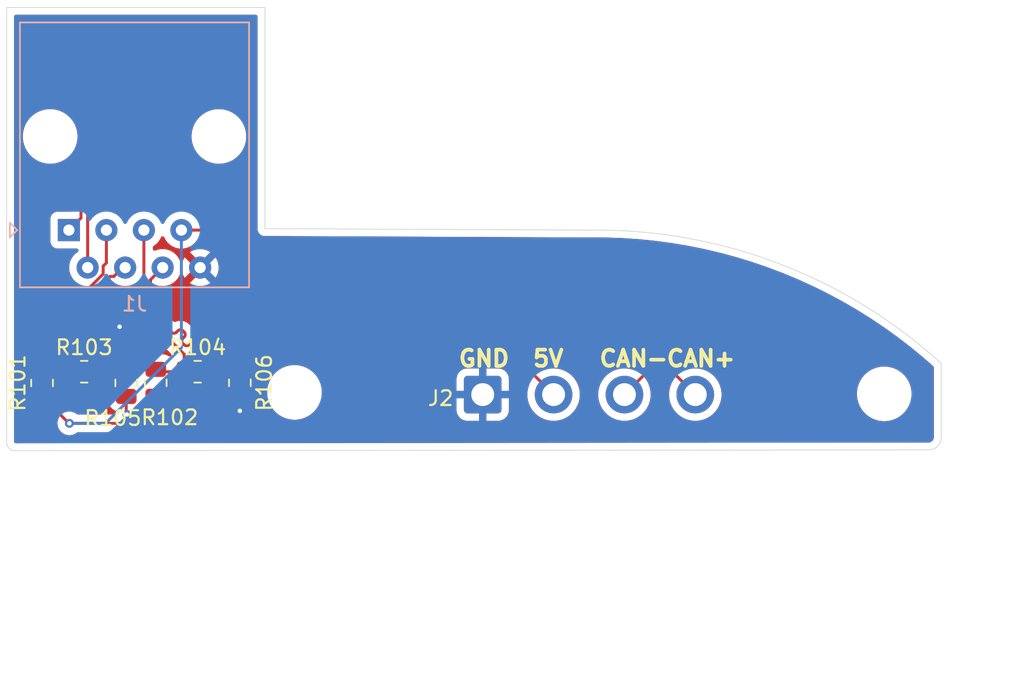
<source format=kicad_pcb>
(kicad_pcb (version 20241229) (generator "pcbnew") (generator_version "9.0")
  (layers (0 "F.Cu" signal) (2 "B.Cu" signal) (13 "F.Paste" user) (15 "B.Paste" user) (5 "F.SilkS" user "F.Silkscreen") (7 "B.SilkS" user "B.Silkscreen") (1 "F.Mask" user) (3 "B.Mask" user) (25 "Edge.Cuts" user))
  (net 0 "")
  (net 1 "/CAN-")
  (net 2 "/GND")
  (net 3 "/CAN+")
  (net 4 "/SCL+")
  (net 5 "/SDA+")
  (net 6 "/SCL-")
  (net 7 "/SDA-")
  (net 8 "/5V")
  (footprint "Resistor_SMD:R_0805_2012Metric" (layer "F.Cu") (at 65.8 48.45 -90)
    (property "Reference" "R106" (at 0 -1.65 90) (layer "F.SilkS"))
    (property "Value" "600")
    (fp_line (start -0.227064 0.735) (end 0.227064 0.735) (stroke (width 0.12)) (layer "F.SilkS"))
    (fp_line (start -0.227064 -0.735) (end 0.227064 -0.735) (stroke (width 0.12)) (layer "F.SilkS"))
    (pad "1" smd roundrect (at -0.9125 0 270) (size 1.025 1.4) (layers "F.Cu" "F.Mask" "F.Paste") (roundrect_rratio 0.243902) (net 7 "/SDA-"))
    (pad "2" smd roundrect (at 0.9125 0 270) (size 1.025 1.4) (layers "F.Cu" "F.Mask" "F.Paste") (roundrect_rratio 0.243902) (net 2 "/GND"))
  )
  (footprint "Resistor_SMD:R_0805_2012Metric" (layer "F.Cu") (at 55.25 47.7)
    (property "Reference" "R103" (at 0 -1.65 0) (layer "F.SilkS"))
    (property "Value" "110")
    (fp_line (start -0.227064 -0.735) (end 0.227064 -0.735) (stroke (width 0.12)) (layer "F.SilkS"))
    (fp_line (start -0.227064 0.735) (end 0.227064 0.735) (stroke (width 0.12)) (layer "F.SilkS"))
    (pad "1" smd roundrect (at -0.9125 0) (size 1.025 1.4) (layers "F.Cu" "F.Mask" "F.Paste") (roundrect_rratio 0.243902) (net 4 "/SCL+"))
    (pad "2" smd roundrect (at 0.9125 0) (size 1.025 1.4) (layers "F.Cu" "F.Mask" "F.Paste") (roundrect_rratio 0.243902) (net 6 "/SCL-"))
  )
  (footprint "" (layer "F.Cu") (at 69.5 49.1)
    (property "Reference" "" (at 0 0 0) (layer "F.SilkS") (effects (font (size 1.27 1.27))))
    (property "Value" "")
    (pad "" np_thru_hole circle (at 0 0) (size 3.2 3.2) (drill 3.2) (layers "*.Cu" "*.Mask"))
  )
  (footprint "Resistor_SMD:R_0805_2012Metric" (layer "F.Cu") (at 52.4 48.4625 90)
    (property "Reference" "R101" (at 0 -1.65 90) (layer "F.SilkS"))
    (property "Value" "600")
    (fp_line (start -0.227064 -0.735) (end 0.227064 -0.735) (stroke (width 0.12)) (layer "F.SilkS"))
    (fp_line (start -0.227064 0.735) (end 0.227064 0.735) (stroke (width 0.12)) (layer "F.SilkS"))
    (pad "1" smd roundrect (at -0.9125 0 90) (size 1.025 1.4) (layers "F.Cu" "F.Mask" "F.Paste") (roundrect_rratio 0.243902) (net 8 "/5V"))
    (pad "2" smd roundrect (at 0.9125 0 90) (size 1.025 1.4) (layers "F.Cu" "F.Mask" "F.Paste") (roundrect_rratio 0.243902) (net 4 "/SCL+"))
  )
  (footprint "Connector_Wire:SolderWire-0.75sqmm_1x04_P4.8mm_D1.25mm_OD2.3mm" (layer "F.Cu") (at 82.25 49.25)
    (property "Reference" "J2" (at -2.85 0.25 0) (layer "F.SilkS"))
    (property "Value" "Conn_01x04")
    (pad "1" thru_hole roundrect (at 0 0) (size 2.55 2.55) (drill 1.55) (layers "*.Cu" "*.Mask") (roundrect_rratio 0.098039) (net 2 "/GND"))
    (pad "2" thru_hole circle (at 4.8 0) (size 2.55 2.55) (drill 1.55) (layers "*.Cu" "*.Mask") (net 8 "/5V"))
    (pad "3" thru_hole circle (at 9.6 0) (size 2.55 2.55) (drill 1.55) (layers "*.Cu" "*.Mask") (net 1 "/CAN-"))
    (pad "4" thru_hole circle (at 14.4 0) (size 2.55 2.55) (drill 1.55) (layers "*.Cu" "*.Mask") (net 3 "/CAN+"))
  )
  (footprint "Resistor_SMD:R_0805_2012Metric" (layer "F.Cu") (at 62.9375 47.7)
    (property "Reference" "R104" (at 0 -1.65 0) (layer "F.SilkS"))
    (property "Value" "110")
    (fp_line (start -0.227064 -0.735) (end 0.227064 -0.735) (stroke (width 0.12)) (layer "F.SilkS"))
    (fp_line (start -0.227064 0.735) (end 0.227064 0.735) (stroke (width 0.12)) (layer "F.SilkS"))
    (pad "1" smd roundrect (at -0.9125 0) (size 1.025 1.4) (layers "F.Cu" "F.Mask" "F.Paste") (roundrect_rratio 0.243902) (net 5 "/SDA+"))
    (pad "2" smd roundrect (at 0.9125 0) (size 1.025 1.4) (layers "F.Cu" "F.Mask" "F.Paste") (roundrect_rratio 0.243902) (net 7 "/SDA-"))
  )
  (footprint "MountingHole:MountingHole_3.2mm_M3" (layer "F.Cu") (at 109.45 49.2)
    (property "Reference" "REF**" (hide yes))
    (property "Value" "MountingHole_3.2mm_M3")
    (pad "" np_thru_hole circle (at 0 0) (size 3.2 3.2) (drill 3.2) (layers "*.Cu" "*.Mask"))
  )
  (footprint "Resistor_SMD:R_0805_2012Metric" (layer "F.Cu") (at 58.1 48.4625 -90)
    (property "Reference" "R105" (at 2.3875 0.9 180) (layer "F.SilkS"))
    (property "Value" "600")
    (fp_line (start -0.227064 0.735) (end 0.227064 0.735) (stroke (width 0.12)) (layer "F.SilkS"))
    (fp_line (start -0.227064 -0.735) (end 0.227064 -0.735) (stroke (width 0.12)) (layer "F.SilkS"))
    (pad "1" smd roundrect (at -0.9125 0 270) (size 1.025 1.4) (layers "F.Cu" "F.Mask" "F.Paste") (roundrect_rratio 0.243902) (net 6 "/SCL-"))
    (pad "2" smd roundrect (at 0.9125 0 270) (size 1.025 1.4) (layers "F.Cu" "F.Mask" "F.Paste") (roundrect_rratio 0.243902) (net 2 "/GND"))
  )
  (footprint "Resistor_SMD:R_0805_2012Metric" (layer "F.Cu") (at 60.1 48.45 90)
    (property "Reference" "R102" (at -2.35 0.95 0) (layer "F.SilkS"))
    (property "Value" "600")
    (fp_line (start -0.227064 -0.735) (end 0.227064 -0.735) (stroke (width 0.12)) (layer "F.SilkS"))
    (fp_line (start -0.227064 0.735) (end 0.227064 0.735) (stroke (width 0.12)) (layer "F.SilkS"))
    (pad "1" smd roundrect (at -0.9125 0 90) (size 1.025 1.4) (layers "F.Cu" "F.Mask" "F.Paste") (roundrect_rratio 0.243902) (net 8 "/5V"))
    (pad "2" smd roundrect (at 0.9125 0 90) (size 1.025 1.4) (layers "F.Cu" "F.Mask" "F.Paste") (roundrect_rratio 0.243902) (net 5 "/SDA+"))
  )
  (footprint "Connector_RJ:RJ45_Amphenol_54602-x08_Horizontal" (layer "B.Cu") (at 54.2175 38.1)
    (property "Reference" "J1" (at 4.445 5 0) (layer "B.SilkS") (effects (justify mirror)))
    (property "Value" "RJ45")
    (fp_line (start -4 -0.5) (end -4 0.5) (stroke (width 0.12)) (layer "B.SilkS"))
    (fp_line (start -4 0.5) (end -3.5 0) (stroke (width 0.12)) (layer "B.SilkS"))
    (fp_line (start -3.5 0) (end -4 -0.5) (stroke (width 0.12)) (layer "B.SilkS"))
    (fp_line (start -3.315 -14.08) (end -3.315 3.88) (stroke (width 0.12)) (layer "B.SilkS"))
    (fp_line (start -3.315 3.88) (end 12.205 3.88) (stroke (width 0.12)) (layer "B.SilkS"))
    (fp_line (start 12.205 -14.08) (end -3.315 -14.08) (stroke (width 0.12)) (layer "B.SilkS"))
    (fp_line (start 12.205 -14.08) (end 12.205 3.88) (stroke (width 0.12)) (layer "B.SilkS"))
    (pad "" np_thru_hole circle (at -1.27 -6.35) (size 3.2 3.2) (drill 3.2) (layers "*.Cu" "*.Mask"))
    (pad "" np_thru_hole circle (at 10.16 -6.35) (size 3.2 3.2) (drill 3.2) (layers "*.Cu" "*.Mask"))
    (pad "1" thru_hole rect (at 0 0) (size 1.5 1.5) (drill 0.76) (layers "*.Cu" "*.Mask") (net 3 "/CAN+"))
    (pad "2" thru_hole circle (at 1.27 2.54) (size 1.5 1.5) (drill 0.76) (layers "*.Cu" "*.Mask") (net 1 "/CAN-"))
    (pad "3" thru_hole circle (at 2.54 0) (size 1.5 1.5) (drill 0.76) (layers "*.Cu" "*.Mask") (net 4 "/SCL+"))
    (pad "4" thru_hole circle (at 3.81 2.54) (size 1.5 1.5) (drill 0.76) (layers "*.Cu" "*.Mask") (net 6 "/SCL-"))
    (pad "5" thru_hole circle (at 5.08 0) (size 1.5 1.5) (drill 0.76) (layers "*.Cu" "*.Mask") (net 5 "/SDA+"))
    (pad "6" thru_hole circle (at 6.35 2.54) (size 1.5 1.5) (drill 0.76) (layers "*.Cu" "*.Mask") (net 7 "/SDA-"))
    (pad "7" thru_hole circle (at 7.62 0) (size 1.5 1.5) (drill 0.76) (layers "*.Cu" "*.Mask") (net 8 "/5V"))
    (pad "8" thru_hole circle (at 8.89 2.54) (size 1.5 1.5) (drill 0.76) (layers "*.Cu" "*.Mask") (net 2 "/GND"))
  )
  (gr_arc (start 89.464236 38.099181) (mid 102.249557 40.344937) (end 113.312056 47.136769) (stroke (width 0.05)) (layer "Edge.Cuts"))
  (gr_line (start 50 23) (end 50 52.5) (stroke (width 0.05)) (layer "Edge.Cuts"))
  (gr_line (start 112.44269 52.998825) (end 50.55 53.05) (stroke (width 0.05)) (layer "Edge.Cuts"))
  (gr_line (start 67.5 23) (end 67.5 38) (stroke (width 0.05)) (layer "Edge.Cuts"))
  (gr_line (start 50 23) (end 67.5 23) (stroke (width 0.05)) (layer "Edge.Cuts"))
  (gr_arc (start 50.55 53.05) (mid 50.161091 52.888909) (end 50 52.5) (stroke (width 0.05)) (layer "Edge.Cuts"))
  (gr_arc (start 113.312056 52.136769) (mid 113.059566 52.746335) (end 112.45 52.998825) (stroke (width 0.05)) (layer "Edge.Cuts"))
  (gr_line (start 113.312056 47.136769) (end 113.312056 52.136769) (stroke (width 0.05)) (layer "Edge.Cuts"))
  (gr_line (start 89.464236 38.099181) (end 67.5 38) (stroke (width 0.05)) (layer "Edge.Cuts"))
  (gr_text "GND  5V   CAN-CAN+" (at 80.5 47.45 0) (layer "F.SilkS") (effects (font (size 1.1 1.1) (thickness 0.25) (bold yes)) (justify left bottom)))
  (segment (start 63.506802 36.275) (end 69.556802 42.325) (width 0.2) (layer "F.Cu") (net 1))
  (segment (start 55.4875 36.430698) (end 55.643198 36.275) (width 0.2) (layer "F.Cu") (net 1))
  (segment (start 55.643198 36.275) (end 63.506802 36.275) (width 0.2) (layer "F.Cu") (net 1))
  (segment (start 69.556802 42.325) (end 92.860181 42.325) (width 0.2) (layer "F.Cu") (net 1))
  (segment (start 94.024999 43.489818) (end 94.024999 47.075001) (width 0.2) (layer "F.Cu") (net 1))
  (segment (start 92.860181 42.325) (end 94.024999 43.489818) (width 0.2) (layer "F.Cu") (net 1))
  (segment (start 94.024999 47.075001) (end 91.85 49.25) (width 0.2) (layer "F.Cu") (net 1))
  (segment (start 55.4875 40.64) (end 55.4875 36.430698) (width 0.2) (layer "F.Cu") (net 1))
  (segment (start 58.1 50.55) (end 58.15 50.6) (width 0.2) (layer "F.Cu") (net 2))
  (segment (start 65.8 49.3625) (end 65.8 50.35) (width 0.2) (layer "F.Cu") (net 2))
  (segment (start 58.1 49.375) (end 58.1 50.55) (width 0.2) (layer "F.Cu") (net 2))
  (via (at 65.8 50.35) (size 0.6) (drill 0.3) (layers "F.Cu" "B.Cu") (net 2))
  (via (at 58.15 50.6) (size 0.6) (drill 0.3) (layers "F.Cu" "B.Cu") (net 2))
  (via (at 57.65 44.65) (size 0.6) (drill 0.3) (layers "F.Cu" "B.Cu") (net 2))
  (segment (start 55.456802 35.825) (end 55.037499 36.244303) (width 0.2) (layer "F.Cu") (net 3))
  (segment (start 55.037499 37.280001) (end 54.2175 38.1) (width 0.2) (layer "F.Cu") (net 3))
  (segment (start 69.743198 41.875) (end 63.693198 35.825) (width 0.2) (layer "F.Cu") (net 3))
  (segment (start 93.046577 41.875) (end 69.743198 41.875) (width 0.2) (layer "F.Cu") (net 3))
  (segment (start 55.940589 35.825) (end 55.820589 35.825) (width 0.2) (layer "F.Cu") (net 3))
  (segment (start 96.65 49.25) (end 94.475001 47.075001) (width 0.2) (layer "F.Cu") (net 3))
  (segment (start 94.475001 47.075001) (end 94.475001 43.303424) (width 0.2) (layer "F.Cu") (net 3))
  (segment (start 94.475001 43.303424) (end 93.046577 41.875) (width 0.2) (layer "F.Cu") (net 3))
  (segment (start 63.693198 35.825) (end 57.020589 35.825) (width 0.2) (layer "F.Cu") (net 3))
  (segment (start 56.780589 35.585) (end 56.780589 35.504382) (width 0.2) (layer "F.Cu") (net 3))
  (segment (start 56.540589 35.264382) (end 56.420589 35.264382) (width 0.2) (layer "F.Cu") (net 3))
  (segment (start 56.180589 35.504382) (end 56.180589 35.585) (width 0.2) (layer "F.Cu") (net 3))
  (segment (start 55.820589 35.825) (end 55.456802 35.825) (width 0.2) (layer "F.Cu") (net 3))
  (segment (start 55.037499 36.244303) (end 55.037499 37.280001) (width 0.2) (layer "F.Cu") (net 3))
  (arc (start 56.780589 35.504382) (mid 56.710295 35.334676) (end 56.540589 35.264382) (width 0.2) (layer "F.Cu") (net 3))
  (arc (start 56.180589 35.585) (mid 56.110295 35.754706) (end 55.940589 35.825) (width 0.2) (layer "F.Cu") (net 3))
  (arc (start 56.420589 35.264382) (mid 56.250883 35.334676) (end 56.180589 35.504382) (width 0.2) (layer "F.Cu") (net 3))
  (arc (start 57.020589 35.825) (mid 56.850883 35.754706) (end 56.780589 35.585) (width 0.2) (layer "F.Cu") (net 3))
  (segment (start 56.5385 41.075339) (end 55.025 42.588839) (width 0.2) (layer "F.Cu") (net 4))
  (segment (start 55.025 42.588839) (end 55.025 45.962499) (width 0.2) (layer "F.Cu") (net 4))
  (segment (start 52.55 47.7) (end 52.4 47.55) (width 0.2) (layer "F.Cu") (net 4))
  (segment (start 54.3375 47.7) (end 52.55 47.7) (width 0.2) (layer "F.Cu") (net 4))
  (segment (start 55.025 45.962499) (end 54.3375 46.649999) (width 0.2) (layer "F.Cu") (net 4))
  (segment (start 56.7575 38.1) (end 56.7575 40.321801) (width 0.2) (layer "F.Cu") (net 4))
  (segment (start 56.5385 40.540801) (end 56.5385 41.075339) (width 0.2) (layer "F.Cu") (net 4))
  (segment (start 56.7575 40.321801) (end 56.5385 40.540801) (width 0.2) (layer "F.Cu") (net 4))
  (segment (start 54.3375 46.649999) (end 54.3375 47.7) (width 0.2) (layer "F.Cu") (net 4))
  (segment (start 59.2975 38.1) (end 59.2975 43.783897) (width 0.2) (layer "F.Cu") (net 5))
  (segment (start 62.025 46.511397) (end 62.025 47.7) (width 0.2) (layer "F.Cu") (net 5))
  (segment (start 60.2625 47.7) (end 60.1 47.5375) (width 0.2) (layer "F.Cu") (net 5))
  (segment (start 62.025 47.7) (end 60.2625 47.7) (width 0.2) (layer "F.Cu") (net 5))
  (segment (start 59.2975 43.783897) (end 62.025 46.511397) (width 0.2) (layer "F.Cu") (net 5))
  (segment (start 55.715 45.722499) (end 55.939906 45.722499) (width 0.2) (layer "F.Cu") (net 6))
  (segment (start 57.95 47.7) (end 58.1 47.55) (width 0.2) (layer "F.Cu") (net 6))
  (segment (start 55.715 44.522499) (end 55.939882 44.522499) (width 0.2) (layer "F.Cu") (net 6))
  (segment (start 55.939882 43.922499) (end 55.715 43.922499) (width 0.2) (layer "F.Cu") (net 6))
  (segment (start 55.475 42.775207) (end 55.934619 42.315587) (width 0.2) (layer "F.Cu") (net 6))
  (segment (start 56.1625 47.7) (end 57.95 47.7) (width 0.2) (layer "F.Cu") (net 6))
  (segment (start 57.008768 41.241439) (end 57.258561 41.241439) (width 0.2) (layer "F.Cu") (net 6))
  (segment (start 55.939906 45.122499) (end 55.715 45.122499) (width 0.2) (layer "F.Cu") (net 6))
  (segment (start 55.934619 42.315587) (end 56.143181 42.107026) (width 0.2) (layer "F.Cu") (net 6))
  (segment (start 55.475 43.682499) (end 55.475 43.562499) (width 0.2) (layer "F.Cu") (net 6))
  (segment (start 56.179906 45.482499) (end 56.179906 45.362499) (width 0.2) (layer "F.Cu") (net 6))
  (segment (start 56.1625 47.7) (end 56.1625 46.649999) (width 0.2) (layer "F.Cu") (net 6))
  (segment (start 56.179882 44.282499) (end 56.179882 44.162499) (width 0.2) (layer "F.Cu") (net 6))
  (segment (start 57.258561 41.241439) (end 57.86 40.64) (width 0.2) (layer "F.Cu") (net 6))
  (segment (start 56.143181 42.107026) (end 57.008768 41.241439) (width 0.2) (layer "F.Cu") (net 6))
  (segment (start 55.475 43.562499) (end 55.475 42.775207) (width 0.2) (layer "F.Cu") (net 6))
  (segment (start 57.86 40.64) (end 58.0275 40.64) (width 0.2) (layer "F.Cu") (net 6))
  (segment (start 56.1625 46.649999) (end 55.743128 46.230627) (width 0.2) (layer "F.Cu") (net 6))
  (segment (start 55.743128 46.230627) (end 55.475 45.962499) (width 0.2) (layer "F.Cu") (net 6))
  (segment (start 55.475 44.882499) (end 55.475 44.762499) (width 0.2) (layer "F.Cu") (net 6))
  (arc (start 56.179906 45.362499) (mid 56.109612 45.192793) (end 55.939906 45.122499) (width 0.2) (layer "F.Cu") (net 6))
  (arc (start 55.939906 45.722499) (mid 56.109612 45.652205) (end 56.179906 45.482499) (width 0.2) (layer "F.Cu") (net 6))
  (arc (start 56.179882 44.162499) (mid 56.109588 43.992793) (end 55.939882 43.922499) (width 0.2) (layer "F.Cu") (net 6))
  (arc (start 55.475 45.962499) (mid 55.545294 45.792793) (end 55.715 45.722499) (width 0.2) (layer "F.Cu") (net 6))
  (arc (start 55.939882 44.522499) (mid 56.109588 44.452205) (end 56.179882 44.282499) (width 0.2) (layer "F.Cu") (net 6))
  (arc (start 55.715 45.122499) (mid 55.545294 45.052205) (end 55.475 44.882499) (width 0.2) (layer "F.Cu") (net 6))
  (arc (start 55.715 43.922499) (mid 55.545294 43.852205) (end 55.475 43.682499) (width 0.2) (layer "F.Cu") (net 6))
  (arc (start 55.475 44.762499) (mid 55.545294 44.592793) (end 55.715 44.522499) (width 0.2) (layer "F.Cu") (net 6))
  (segment (start 62.451591 45.773073) (end 62.357037 45.867626) (width 0.2) (layer "F.Cu") (net 7))
  (segment (start 59.747501 43.597501) (end 59.747501 43.143648) (width 0.2) (layer "F.Cu") (net 7))
  (segment (start 61.932774 45.443362) (end 62.027327 45.348808) (width 0.2) (layer "F.Cu") (net 7))
  (segment (start 63.85 47.7) (end 65.6375 47.7) (width 0.2) (layer "F.Cu") (net 7))
  (segment (start 59.747501 41.459999) (end 60.5675 40.64) (width 0.2) (layer "F.Cu") (net 7))
  (segment (start 59.747501 43.143648) (end 59.747501 41.459999) (width 0.2) (layer "F.Cu") (net 7))
  (segment (start 62.027327 45.009397) (end 61.942474 44.924544) (width 0.2) (layer "F.Cu") (net 7))
  (segment (start 62.875856 45.857926) (end 62.791003 45.773073) (width 0.2) (layer "F.Cu") (net 7))
  (segment (start 65.6375 47.7) (end 65.8 47.5375) (width 0.2) (layer "F.Cu") (net 7))
  (segment (start 62.781303 46.291891) (end 62.875856 46.197337) (width 0.2) (layer "F.Cu") (net 7))
  (segment (start 62.017626 45.867626) (end 61.932774 45.782774) (width 0.2) (layer "F.Cu") (net 7))
  (segment (start 61.084245 44.934245) (end 59.747501 43.597501) (width 0.2) (layer "F.Cu") (net 7))
  (segment (start 61.603062 44.924544) (end 61.508508 45.019097) (width 0.2) (layer "F.Cu") (net 7))
  (segment (start 61.169097 45.019097) (end 61.084245 44.934245) (width 0.2) (layer "F.Cu") (net 7))
  (segment (start 63.85 47.7) (end 62.781303 46.631303) (width 0.2) (layer "F.Cu") (net 7))
  (arc (start 62.791003 45.773073) (mid 62.621297 45.702778) (end 62.451591 45.773073) (width 0.2) (layer "F.Cu") (net 7))
  (arc (start 61.942474 44.924544) (mid 61.772768 44.854249) (end 61.603062 44.924544) (width 0.2) (layer "F.Cu") (net 7))
  (arc (start 61.508508 45.019097) (mid 61.338802 45.089392) (end 61.169097 45.019097) (width 0.2) (layer "F.Cu") (net 7))
  (arc (start 62.357037 45.867626) (mid 62.187331 45.937921) (end 62.017626 45.867626) (width 0.2) (layer "F.Cu") (net 7))
  (arc (start 62.875856 46.197337) (mid 62.946151 46.027631) (end 62.875856 45.857926) (width 0.2) (layer "F.Cu") (net 7))
  (arc (start 62.781303 46.631303) (mid 62.711008 46.461597) (end 62.781303 46.291891) (width 0.2) (layer "F.Cu") (net 7))
  (arc (start 61.932774 45.782774) (mid 61.862479 45.613068) (end 61.932774 45.443362) (width 0.2) (layer "F.Cu") (net 7))
  (arc (start 62.027327 45.348808) (mid 62.097622 45.179102) (end 62.027327 45.009397) (width 0.2) (layer "F.Cu") (net 7))
  (segment (start 80.6 42.8) (end 87.05 49.25) (width 0.2) (layer "F.Cu") (net 8))
  (segment (start 60.1 50.6) (end 60.1 49.3625) (width 0.2) (layer "F.Cu") (net 8))
  (segment (start 59.5 51.2) (end 60.1 50.6) (width 0.2) (layer "F.Cu") (net 8))
  (segment (start 52.4 49.375) (end 54.225 51.2) (width 0.2) (layer "F.Cu") (net 8))
  (segment (start 61.8375 38.1) (end 64.764702 38.1) (width 0.2) (layer "F.Cu") (net 8))
  (segment (start 69.464702 42.8) (end 80.6 42.8) (width 0.2) (layer "F.Cu") (net 8))
  (segment (start 54.225 51.2) (end 54.25 51.2) (width 0.2) (layer "F.Cu") (net 8))
  (segment (start 54.25 51.2) (end 59.5 51.2) (width 0.2) (layer "F.Cu") (net 8))
  (segment (start 64.764702 38.1) (end 69.464702 42.8) (width 0.2) (layer "F.Cu") (net 8))
  (via (at 54.25 51.2) (size 0.6) (drill 0.3) (layers "F.Cu" "B.Cu") (net 8))
  (segment (start 61.8375 46.062557) (end 56.700057 51.2) (width 0.2) (layer "B.Cu") (net 8))
  (segment (start 61.8375 38.1) (end 61.8375 46.062557) (width 0.2) (layer "B.Cu") (net 8))
  (segment (start 56.700057 51.2) (end 54.25 51.2) (width 0.2) (layer "B.Cu") (net 8))
  (zone (net 2) (net_name "/GND") (layers "F.Cu" "B.Cu") (connect_pads (clearance 0.5)) (min_thickness 0.25) (fill yes (thermal_gap 0.5) (thermal_bridge_width 0.5))
    (polygon (pts (xy 49.6 22.5) (xy 116 22.6) (xy 116.05 69.55) (xy 49.55 68.5)))
  )
)
</source>
